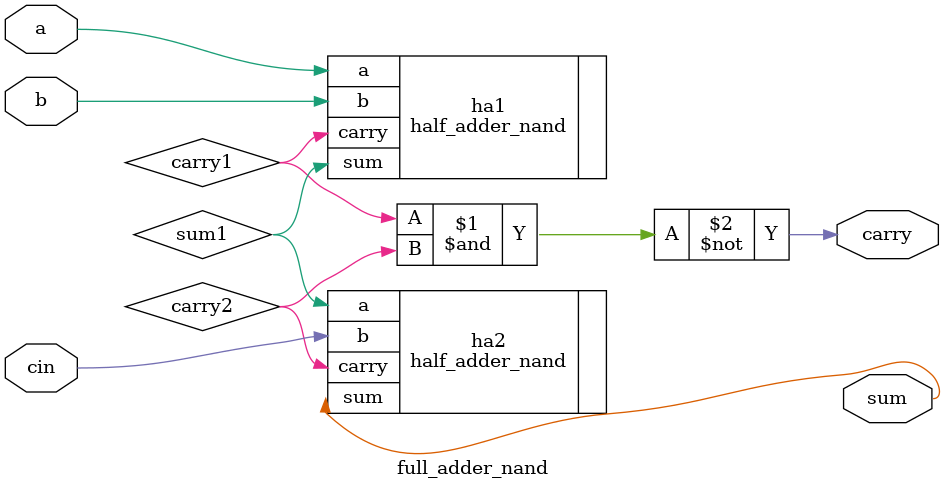
<source format=v>
module full_adder_nand(
    input a,
    input b,
    input cin,
    output sum,
    output carry
);
    wire sum1, carry1, carry2;

    
    half_adder_nand ha1(.a(a), .b(b), .sum(sum1), .carry(carry1));
    half_adder_nand ha2(.a(sum1), .b(cin), .sum(sum), .carry(carry2));

   
    nand(carry, carry1, carry2);
endmodule

</source>
